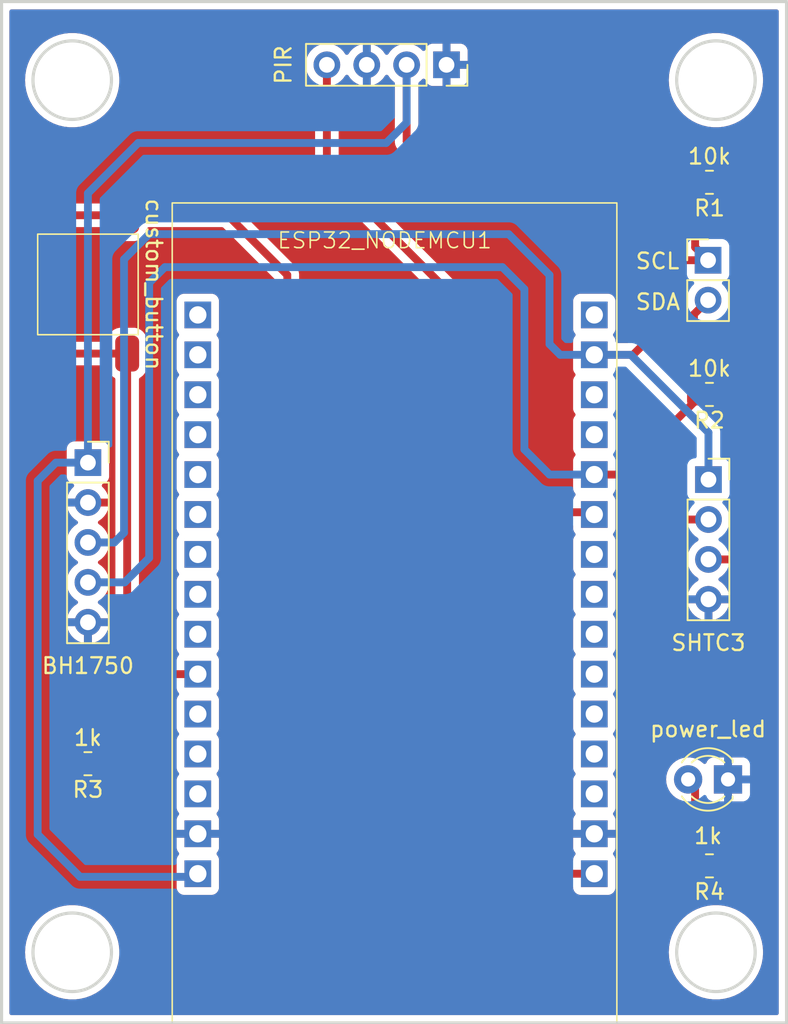
<source format=kicad_pcb>
(kicad_pcb (version 20240108) (generator "pcbnew") (generator_version "8.0")
  (title_block (title "IoT_Station"))
  (layers (0 "F.Cu" signal) (31 "B.Cu" signal) (34 "B.Paste" user) (35 "F.Paste" user) (36 "B.SilkS" user "B.Silkscreen") (37 "F.SilkS" user "F.Silkscreen") (38 "B.Mask" user) (39 "F.Mask" user) (44 "Edge.Cuts" user))
  (net 0 "")
  (net 23 "GND")
  (net 24 "Net-(D1-A)")
  (net 25 "SDA")
  (net 26 "3V3")
  (net 27 "5V")
  (net 28 "SCL")
  (net 29 "Net-(ESP32_NODEMCU1-D27)")
  (net 30 "SIG_PIR")
  (footprint "Connector_PinSocket_2.54mm:PinSocket_1x04_P2.54mm_Vertical" (layer "F.Cu") (at 73.34 89.025 -90)
    (property "Reference" "J2")
    (property "Value" "PIR" (at 0 10.39 90) (layer "F.SilkS"))
    (fp_line (start -1.33 8.95) (end 1.33 8.95) (stroke (width 0.12)) (layer "F.SilkS"))
    (fp_line (start -1.33 1.27) (end -1.33 8.95) (stroke (width 0.12)) (layer "F.SilkS"))
    (fp_line (start -1.33 1.27) (end 1.33 1.27) (stroke (width 0.12)) (layer "F.SilkS"))
    (fp_line (start 1.33 1.27) (end 1.33 8.95) (stroke (width 0.12)) (layer "F.SilkS"))
    (fp_line (start 0 -1.33) (end 1.33 -1.33) (stroke (width 0.12)) (layer "F.SilkS"))
    (fp_line (start 1.33 -1.33) (end 1.33 0) (stroke (width 0.12)) (layer "F.SilkS"))
    (pad "1" thru_hole rect (at 0 0 270) (size 1.7 1.7) (drill 1) (layers "*.Cu" "*.Mask" "In1.Cu" "In2.Cu" "In3.Cu" "In4.Cu" "In5.Cu" "In6.Cu" "In7.Cu" "In8.Cu" "In9.Cu" "In10.Cu" "In11.Cu" "In12.Cu" "In13.Cu" "In14.Cu" "In15.Cu" "In16.Cu" "In17.Cu" "In18.Cu" "In19.Cu" "In20.Cu" "In21.Cu" "In22.Cu" "In23.Cu" "In24.Cu" "In25.Cu" "In26.Cu" "In27.Cu" "In28.Cu" "In29.Cu" "In30.Cu") (net 23 "GND"))
    (pad "2" thru_hole oval (at 0 2.54 270) (size 1.7 1.7) (drill 1) (layers "*.Cu" "*.Mask" "In1.Cu" "In2.Cu" "In3.Cu" "In4.Cu" "In5.Cu" "In6.Cu" "In7.Cu" "In8.Cu" "In9.Cu" "In10.Cu" "In11.Cu" "In12.Cu" "In13.Cu" "In14.Cu" "In15.Cu" "In16.Cu" "In17.Cu" "In18.Cu" "In19.Cu" "In20.Cu" "In21.Cu" "In22.Cu" "In23.Cu" "In24.Cu" "In25.Cu" "In26.Cu" "In27.Cu" "In28.Cu" "In29.Cu" "In30.Cu") (net 27 "5V"))
    (pad "3" thru_hole oval (at 0 5.08 270) (size 1.7 1.7) (drill 1) (layers "*.Cu" "*.Mask" "In1.Cu" "In2.Cu" "In3.Cu" "In4.Cu" "In5.Cu" "In6.Cu" "In7.Cu" "In8.Cu" "In9.Cu" "In10.Cu" "In11.Cu" "In12.Cu" "In13.Cu" "In14.Cu" "In15.Cu" "In16.Cu" "In17.Cu" "In18.Cu" "In19.Cu" "In20.Cu" "In21.Cu" "In22.Cu" "In23.Cu" "In24.Cu" "In25.Cu" "In26.Cu" "In27.Cu" "In28.Cu" "In29.Cu" "In30.Cu") (net 23 "GND"))
    (pad "4" thru_hole oval (at 0 7.62 270) (size 1.7 1.7) (drill 1) (layers "*.Cu" "*.Mask" "In1.Cu" "In2.Cu" "In3.Cu" "In4.Cu" "In5.Cu" "In6.Cu" "In7.Cu" "In8.Cu" "In9.Cu" "In10.Cu" "In11.Cu" "In12.Cu" "In13.Cu" "In14.Cu" "In15.Cu" "In16.Cu" "In17.Cu" "In18.Cu" "In19.Cu" "In20.Cu" "In21.Cu" "In22.Cu" "In23.Cu" "In24.Cu" "In25.Cu" "In26.Cu" "In27.Cu" "In28.Cu" "In29.Cu" "In30.Cu") (net 30 "SIG_PIR"))
  )
  (footprint "_myLibrary:button_push_sms" (layer "F.Cu") (at 50.5 103 -90)
    (property "Reference" "SW1" (hide yes))
    (property "Value" "custom_button" (at 0 -4.2 270) (layer "F.SilkS"))
    (fp_rect (start -3.2 -3.2) (end 3.2 3.2) (stroke (width 0.1)) (fill none) (layer "F.SilkS"))
    (pad "1" smd roundrect (at -4.4 2.5 270) (size 2.286 1.524) (layers "F.Cu" "F.Paste" "F.Mask") (net 26 "3V3"))
    (pad "2" smd roundrect (at 4.4 2.5 270) (size 2.286 1.524) (layers "F.Cu" "F.Paste" "F.Mask") (net 29 "Net-(ESP32_NODEMCU1-D27)"))
    (pad "3" smd roundrect (at -4.4 -2.5 270) (size 2.286 1.524) (layers "F.Cu" "F.Paste" "F.Mask") (net 26 "3V3"))
    (pad "4" smd roundrect (at 4.4 -2.5 270) (size 2.286 1.524) (layers "F.Cu" "F.Paste" "F.Mask") (net 29 "Net-(ESP32_NODEMCU1-D27)"))
  )
  (footprint "Resistor_SMD:R_0805_2012Metric" (layer "F.Cu") (at 90.0875 96.5 180)
    (property "Reference" "R1" (at 0 -1.65 0) (layer "F.SilkS"))
    (property "Value" "10k" (at 0 1.65 0) (layer "F.SilkS"))
    (fp_line (start -0.227064 0.735) (end 0.227064 0.735) (stroke (width 0.12)) (layer "F.SilkS"))
    (fp_line (start -0.227064 -0.735) (end 0.227064 -0.735) (stroke (width 0.12)) (layer "F.SilkS"))
    (pad "1" smd roundrect (at -0.9125 0 180) (size 1.025 1.4) (layers "F.Cu" "F.Paste" "F.Mask") (roundrect_rratio 0.243902) (net 27 "5V"))
    (pad "2" smd roundrect (at 0.9125 0 180) (size 1.025 1.4) (layers "F.Cu" "F.Paste" "F.Mask") (roundrect_rratio 0.243902) (net 28 "SCL"))
  )
  (footprint "Resistor_SMD:R_0805_2012Metric" (layer "F.Cu") (at 90.0875 140 180)
    (property "Reference" "R4" (at 0 -1.65 360) (layer "F.SilkS"))
    (property "Value" "1k" (at 0.0875 1.9 0) (layer "F.SilkS"))
    (fp_line (start -0.227064 0.735) (end 0.227064 0.735) (stroke (width 0.12)) (layer "F.SilkS"))
    (fp_line (start -0.227064 -0.735) (end 0.227064 -0.735) (stroke (width 0.12)) (layer "F.SilkS"))
    (pad "1" smd roundrect (at -0.9125 0 180) (size 1.025 1.4) (layers "F.Cu" "F.Paste" "F.Mask") (roundrect_rratio 0.243902) (net 27 "5V"))
    (pad "2" smd roundrect (at 0.9125 0 180) (size 1.025 1.4) (layers "F.Cu" "F.Paste" "F.Mask") (roundrect_rratio 0.243902) (net 24 "Net-(D1-A)"))
  )
  (footprint "LED_THT:LED_D3.0mm" (layer "F.Cu") (at 91.27 134.5 180)
    (property "Reference" "D1" (hide yes))
    (property "Value" "power_led" (at 1.27 3.2 0) (layer "F.SilkS"))
    (fp_line (start -0.29 1.08) (end -0.29 1.236) (stroke (width 0.12)) (layer "F.SilkS"))
    (fp_line (start -0.29 -1.236) (end -0.29 -1.08) (stroke (width 0.12)) (layer "F.SilkS"))
    (fp_arc (start 2.941397 1.080061) (mid 1.365624 1.987701) (end -0.29 1.235516) (stroke (width 0.12)) (layer "F.SilkS"))
    (fp_arc (start 2.31091 1.080049) (mid 1.269964 1.5) (end 0.229039 1.08) (stroke (width 0.12)) (layer "F.SilkS"))
    (fp_arc (start 0.229039 -1.08) (mid 1.269964 -1.5) (end 2.31091 -1.080049) (stroke (width 0.12)) (layer "F.SilkS"))
    (fp_arc (start -0.29 -1.235516) (mid 1.365624 -1.987701) (end 2.941397 -1.080061) (stroke (width 0.12)) (layer "F.SilkS"))
    (pad "1" thru_hole rect (at 0 0 180) (size 1.8 1.8) (drill 0.9) (layers "*.Cu" "*.Mask" "In1.Cu" "In2.Cu" "In3.Cu" "In4.Cu" "In5.Cu" "In6.Cu" "In7.Cu" "In8.Cu" "In9.Cu" "In10.Cu" "In11.Cu" "In12.Cu" "In13.Cu" "In14.Cu" "In15.Cu" "In16.Cu" "In17.Cu" "In18.Cu" "In19.Cu" "In20.Cu" "In21.Cu" "In22.Cu" "In23.Cu" "In24.Cu" "In25.Cu" "In26.Cu" "In27.Cu" "In28.Cu" "In29.Cu" "In30.Cu") (net 23 "GND"))
    (pad "2" thru_hole circle (at 2.54 0 180) (size 1.8 1.8) (drill 0.9) (layers "*.Cu" "*.Mask" "In1.Cu" "In2.Cu" "In3.Cu" "In4.Cu" "In5.Cu" "In6.Cu" "In7.Cu" "In8.Cu" "In9.Cu" "In10.Cu" "In11.Cu" "In12.Cu" "In13.Cu" "In14.Cu" "In15.Cu" "In16.Cu" "In17.Cu" "In18.Cu" "In19.Cu" "In20.Cu" "In21.Cu" "In22.Cu" "In23.Cu" "In24.Cu" "In25.Cu" "In26.Cu" "In27.Cu" "In28.Cu" "In29.Cu" "In30.Cu") (net 24 "Net-(D1-A)"))
  )
  (footprint "_myLibrary:ESP32_NODEMCU" (layer "F.Cu") (at 55.849 97.955)
    (property "Reference" "ESP32_NODEMCU1" (at 13.55 2.25 0) (layer "F.SilkS") (effects (font (thickness 0.1))))
    (property "Value" "ESP32_NODEMCU")
    (fp_rect (start 0.02 -0.14) (end 28.341 52) (stroke (width 0.1)) (fill none) (layer "F.SilkS"))
    (pad "1" thru_hole rect (at 1.651 6.985) (size 1.7 1.7) (drill 1.1) (layers "*.Cu" "*.Mask" "In1.Cu" "In2.Cu" "In3.Cu" "In4.Cu" "In5.Cu" "In6.Cu" "In7.Cu" "In8.Cu" "In9.Cu" "In10.Cu" "In11.Cu" "In12.Cu" "In13.Cu" "In14.Cu" "In15.Cu" "In16.Cu" "In17.Cu" "In18.Cu" "In19.Cu" "In20.Cu" "In21.Cu" "In22.Cu" "In23.Cu" "In24.Cu" "In25.Cu" "In26.Cu" "In27.Cu" "In28.Cu" "In29.Cu" "In30.Cu"))
    (pad "2" thru_hole rect (at 1.651 9.525) (size 1.7 1.7) (drill 1.1) (layers "*.Cu" "*.Mask" "In1.Cu" "In2.Cu" "In3.Cu" "In4.Cu" "In5.Cu" "In6.Cu" "In7.Cu" "In8.Cu" "In9.Cu" "In10.Cu" "In11.Cu" "In12.Cu" "In13.Cu" "In14.Cu" "In15.Cu" "In16.Cu" "In17.Cu" "In18.Cu" "In19.Cu" "In20.Cu" "In21.Cu" "In22.Cu" "In23.Cu" "In24.Cu" "In25.Cu" "In26.Cu" "In27.Cu" "In28.Cu" "In29.Cu" "In30.Cu"))
    (pad "3" thru_hole rect (at 1.651 12.065) (size 1.7 1.7) (drill 1.1) (layers "*.Cu" "*.Mask" "In1.Cu" "In2.Cu" "In3.Cu" "In4.Cu" "In5.Cu" "In6.Cu" "In7.Cu" "In8.Cu" "In9.Cu" "In10.Cu" "In11.Cu" "In12.Cu" "In13.Cu" "In14.Cu" "In15.Cu" "In16.Cu" "In17.Cu" "In18.Cu" "In19.Cu" "In20.Cu" "In21.Cu" "In22.Cu" "In23.Cu" "In24.Cu" "In25.Cu" "In26.Cu" "In27.Cu" "In28.Cu" "In29.Cu" "In30.Cu"))
    (pad "4" thru_hole rect (at 1.651 14.605) (size 1.7 1.7) (drill 1.1) (layers "*.Cu" "*.Mask" "In1.Cu" "In2.Cu" "In3.Cu" "In4.Cu" "In5.Cu" "In6.Cu" "In7.Cu" "In8.Cu" "In9.Cu" "In10.Cu" "In11.Cu" "In12.Cu" "In13.Cu" "In14.Cu" "In15.Cu" "In16.Cu" "In17.Cu" "In18.Cu" "In19.Cu" "In20.Cu" "In21.Cu" "In22.Cu" "In23.Cu" "In24.Cu" "In25.Cu" "In26.Cu" "In27.Cu" "In28.Cu" "In29.Cu" "In30.Cu"))
    (pad "5" thru_hole rect (at 1.651 17.145) (size 1.7 1.7) (drill 1.1) (layers "*.Cu" "*.Mask" "In1.Cu" "In2.Cu" "In3.Cu" "In4.Cu" "In5.Cu" "In6.Cu" "In7.Cu" "In8.Cu" "In9.Cu" "In10.Cu" "In11.Cu" "In12.Cu" "In13.Cu" "In14.Cu" "In15.Cu" "In16.Cu" "In17.Cu" "In18.Cu" "In19.Cu" "In20.Cu" "In21.Cu" "In22.Cu" "In23.Cu" "In24.Cu" "In25.Cu" "In26.Cu" "In27.Cu" "In28.Cu" "In29.Cu" "In30.Cu"))
    (pad "6" thru_hole rect (at 1.651 19.685) (size 1.7 1.7) (drill 1.1) (layers "*.Cu" "*.Mask" "In1.Cu" "In2.Cu" "In3.Cu" "In4.Cu" "In5.Cu" "In6.Cu" "In7.Cu" "In8.Cu" "In9.Cu" "In10.Cu" "In11.Cu" "In12.Cu" "In13.Cu" "In14.Cu" "In15.Cu" "In16.Cu" "In17.Cu" "In18.Cu" "In19.Cu" "In20.Cu" "In21.Cu" "In22.Cu" "In23.Cu" "In24.Cu" "In25.Cu" "In26.Cu" "In27.Cu" "In28.Cu" "In29.Cu" "In30.Cu"))
    (pad "7" thru_hole rect (at 1.651 22.225) (size 1.7 1.7) (drill 1.1) (layers "*.Cu" "*.Mask" "In1.Cu" "In2.Cu" "In3.Cu" "In4.Cu" "In5.Cu" "In6.Cu" "In7.Cu" "In8.Cu" "In9.Cu" "In10.Cu" "In11.Cu" "In12.Cu" "In13.Cu" "In14.Cu" "In15.Cu" "In16.Cu" "In17.Cu" "In18.Cu" "In19.Cu" "In20.Cu" "In21.Cu" "In22.Cu" "In23.Cu" "In24.Cu" "In25.Cu" "In26.Cu" "In27.Cu" "In28.Cu" "In29.Cu" "In30.Cu"))
    (pad "8" thru_hole rect (at 1.651 24.765) (size 1.7 1.7) (drill 1.1) (layers "*.Cu" "*.Mask" "In1.Cu" "In2.Cu" "In3.Cu" "In4.Cu" "In5.Cu" "In6.Cu" "In7.Cu" "In8.Cu" "In9.Cu" "In10.Cu" "In11.Cu" "In12.Cu" "In13.Cu" "In14.Cu" "In15.Cu" "In16.Cu" "In17.Cu" "In18.Cu" "In19.Cu" "In20.Cu" "In21.Cu" "In22.Cu" "In23.Cu" "In24.Cu" "In25.Cu" "In26.Cu" "In27.Cu" "In28.Cu" "In29.Cu" "In30.Cu"))
    (pad "9" thru_hole rect (at 1.651 27.305) (size 1.7 1.7) (drill 1.1) (layers "*.Cu" "*.Mask" "In1.Cu" "In2.Cu" "In3.Cu" "In4.Cu" "In5.Cu" "In6.Cu" "In7.Cu" "In8.Cu" "In9.Cu" "In10.Cu" "In11.Cu" "In12.Cu" "In13.Cu" "In14.Cu" "In15.Cu" "In16.Cu" "In17.Cu" "In18.Cu" "In19.Cu" "In20.Cu" "In21.Cu" "In22.Cu" "In23.Cu" "In24.Cu" "In25.Cu" "In26.Cu" "In27.Cu" "In28.Cu" "In29.Cu" "In30.Cu"))
    (pad "10" thru_hole rect (at 1.651 29.845) (size 1.7 1.7) (drill 1.1) (layers "*.Cu" "*.Mask" "In1.Cu" "In2.Cu" "In3.Cu" "In4.Cu" "In5.Cu" "In6.Cu" "In7.Cu" "In8.Cu" "In9.Cu" "In10.Cu" "In11.Cu" "In12.Cu" "In13.Cu" "In14.Cu" "In15.Cu" "In16.Cu" "In17.Cu" "In18.Cu" "In19.Cu" "In20.Cu" "In21.Cu" "In22.Cu" "In23.Cu" "In24.Cu" "In25.Cu" "In26.Cu" "In27.Cu" "In28.Cu" "In29.Cu" "In30.Cu") (net 29 "Net-(ESP32_NODEMCU1-D27)"))
    (pad "11" thru_hole rect (at 1.651 32.385) (size 1.7 1.7) (drill 1.1) (layers "*.Cu" "*.Mask" "In1.Cu" "In2.Cu" "In3.Cu" "In4.Cu" "In5.Cu" "In6.Cu" "In7.Cu" "In8.Cu" "In9.Cu" "In10.Cu" "In11.Cu" "In12.Cu" "In13.Cu" "In14.Cu" "In15.Cu" "In16.Cu" "In17.Cu" "In18.Cu" "In19.Cu" "In20.Cu" "In21.Cu" "In22.Cu" "In23.Cu" "In24.Cu" "In25.Cu" "In26.Cu" "In27.Cu" "In28.Cu" "In29.Cu" "In30.Cu"))
    (pad "12" thru_hole rect (at 1.651 34.925) (size 1.7 1.7) (drill 1.1) (layers "*.Cu" "*.Mask" "In1.Cu" "In2.Cu" "In3.Cu" "In4.Cu" "In5.Cu" "In6.Cu" "In7.Cu" "In8.Cu" "In9.Cu" "In10.Cu" "In11.Cu" "In12.Cu" "In13.Cu" "In14.Cu" "In15.Cu" "In16.Cu" "In17.Cu" "In18.Cu" "In19.Cu" "In20.Cu" "In21.Cu" "In22.Cu" "In23.Cu" "In24.Cu" "In25.Cu" "In26.Cu" "In27.Cu" "In28.Cu" "In29.Cu" "In30.Cu"))
    (pad "13" thru_hole rect (at 1.651 37.465) (size 1.7 1.7) (drill 1.1) (layers "*.Cu" "*.Mask" "In1.Cu" "In2.Cu" "In3.Cu" "In4.Cu" "In5.Cu" "In6.Cu" "In7.Cu" "In8.Cu" "In9.Cu" "In10.Cu" "In11.Cu" "In12.Cu" "In13.Cu" "In14.Cu" "In15.Cu" "In16.Cu" "In17.Cu" "In18.Cu" "In19.Cu" "In20.Cu" "In21.Cu" "In22.Cu" "In23.Cu" "In24.Cu" "In25.Cu" "In26.Cu" "In27.Cu" "In28.Cu" "In29.Cu" "In30.Cu"))
    (pad "14" thru_hole rect (at 1.651 40.005) (size 1.7 1.7) (drill 1.1) (layers "*.Cu" "*.Mask" "In1.Cu" "In2.Cu" "In3.Cu" "In4.Cu" "In5.Cu" "In6.Cu" "In7.Cu" "In8.Cu" "In9.Cu" "In10.Cu" "In11.Cu" "In12.Cu" "In13.Cu" "In14.Cu" "In15.Cu" "In16.Cu" "In17.Cu" "In18.Cu" "In19.Cu" "In20.Cu" "In21.Cu" "In22.Cu" "In23.Cu" "In24.Cu" "In25.Cu" "In26.Cu" "In27.Cu" "In28.Cu" "In29.Cu" "In30.Cu") (net 23 "GND"))
    (pad "15" thru_hole rect (at 1.651 42.545) (size 1.7 1.7) (drill 1.1) (layers "*.Cu" "*.Mask" "In1.Cu" "In2.Cu" "In3.Cu" "In4.Cu" "In5.Cu" "In6.Cu" "In7.Cu" "In8.Cu" "In9.Cu" "In10.Cu" "In11.Cu" "In12.Cu" "In13.Cu" "In14.Cu" "In15.Cu" "In16.Cu" "In17.Cu" "In18.Cu" "In19.Cu" "In20.Cu" "In21.Cu" "In22.Cu" "In23.Cu" "In24.Cu" "In25.Cu" "In26.Cu" "In27.Cu" "In28.Cu" "In29.Cu" "In30.Cu") (net 27 "5V"))
    (pad "16" thru_hole rect (at 26.903598 42.545) (size 1.7 1.7) (drill 1.1) (layers "*.Cu" "*.Mask" "In1.Cu" "In2.Cu" "In3.Cu" "In4.Cu" "In5.Cu" "In6.Cu" "In7.Cu" "In8.Cu" "In9.Cu" "In10.Cu" "In11.Cu" "In12.Cu" "In13.Cu" "In14.Cu" "In15.Cu" "In16.Cu" "In17.Cu" "In18.Cu" "In19.Cu" "In20.Cu" "In21.Cu" "In22.Cu" "In23.Cu" "In24.Cu" "In25.Cu" "In26.Cu" "In27.Cu" "In28.Cu" "In29.Cu" "In30.Cu") (net 26 "3V3"))
    (pad "17" thru_hole rect (at 26.903598 40.005) (size 1.7 1.7) (drill 1.1) (layers "*.Cu" "*.Mask" "In1.Cu" "In2.Cu" "In3.Cu" "In4.Cu" "In5.Cu" "In6.Cu" "In7.Cu" "In8.Cu" "In9.Cu" "In10.Cu" "In11.Cu" "In12.Cu" "In13.Cu" "In14.Cu" "In15.Cu" "In16.Cu" "In17.Cu" "In18.Cu" "In19.Cu" "In20.Cu" "In21.Cu" "In22.Cu" "In23.Cu" "In24.Cu" "In25.Cu" "In26.Cu" "In27.Cu" "In28.Cu" "In29.Cu" "In30.Cu") (net 23 "GND"))
    (pad "18" thru_hole rect (at 26.903598 37.465) (size 1.7 1.7) (drill 1.1) (layers "*.Cu" "*.Mask" "In1.Cu" "In2.Cu" "In3.Cu" "In4.Cu" "In5.Cu" "In6.Cu" "In7.Cu" "In8.Cu" "In9.Cu" "In10.Cu" "In11.Cu" "In12.Cu" "In13.Cu" "In14.Cu" "In15.Cu" "In16.Cu" "In17.Cu" "In18.Cu" "In19.Cu" "In20.Cu" "In21.Cu" "In22.Cu" "In23.Cu" "In24.Cu" "In25.Cu" "In26.Cu" "In27.Cu" "In28.Cu" "In29.Cu" "In30.Cu"))
    (pad "19" thru_hole rect (at 26.903598 34.925) (size 1.7 1.7) (drill 1.1) (layers "*.Cu" "*.Mask" "In1.Cu" "In2.Cu" "In3.Cu" "In4.Cu" "In5.Cu" "In6.Cu" "In7.Cu" "In8.Cu" "In9.Cu" "In10.Cu" "In11.Cu" "In12.Cu" "In13.Cu" "In14.Cu" "In15.Cu" "In16.Cu" "In17.Cu" "In18.Cu" "In19.Cu" "In20.Cu" "In21.Cu" "In22.Cu" "In23.Cu" "In24.Cu" "In25.Cu" "In26.Cu" "In27.Cu" "In28.Cu" "In29.Cu" "In30.Cu"))
    (pad "20" thru_hole rect (at 26.903598 32.385) (size 1.7 1.7) (drill 1.1) (layers "*.Cu" "*.Mask" "In1.Cu" "In2.Cu" "In3.Cu" "In4.Cu" "In5.Cu" "In6.Cu" "In7.Cu" "In8.Cu" "In9.Cu" "In10.Cu" "In11.Cu" "In12.Cu" "In13.Cu" "In14.Cu" "In15.Cu" "In16.Cu" "In17.Cu" "In18.Cu" "In19.Cu" "In20.Cu" "In21.Cu" "In22.Cu" "In23.Cu" "In24.Cu" "In25.Cu" "In26.Cu" "In27.Cu" "In28.Cu" "In29.Cu" "In30.Cu"))
    (pad "21" thru_hole rect (at 26.903598 29.845) (size 1.7 1.7) (drill 1.1) (layers "*.Cu" "*.Mask" "In1.Cu" "In2.Cu" "In3.Cu" "In4.Cu" "In5.Cu" "In6.Cu" "In7.Cu" "In8.Cu" "In9.Cu" "In10.Cu" "In11.Cu" "In12.Cu" "In13.Cu" "In14.Cu" "In15.Cu" "In16.Cu" "In17.Cu" "In18.Cu" "In19.Cu" "In20.Cu" "In21.Cu" "In22.Cu" "In23.Cu" "In24.Cu" "In25.Cu" "In26.Cu" "In27.Cu" "In28.Cu" "In29.Cu" "In30.Cu"))
    (pad "22" thru_hole rect (at 26.903598 27.305) (size 1.7 1.7) (drill 1.1) (layers "*.Cu" "*.Mask" "In1.Cu" "In2.Cu" "In3.Cu" "In4.Cu" "In5.Cu" "In6.Cu" "In7.Cu" "In8.Cu" "In9.Cu" "In10.Cu" "In11.Cu" "In12.Cu" "In13.Cu" "In14.Cu" "In15.Cu" "In16.Cu" "In17.Cu" "In18.Cu" "In19.Cu" "In20.Cu" "In21.Cu" "In22.Cu" "In23.Cu" "In24.Cu" "In25.Cu" "In26.Cu" "In27.Cu" "In28.Cu" "In29.Cu" "In30.Cu"))
    (pad "23" thru_hole rect (at 26.903598 24.765) (size 1.7 1.7) (drill 1.1) (layers "*.Cu" "*.Mask" "In1.Cu" "In2.Cu" "In3.Cu" "In4.Cu" "In5.Cu" "In6.Cu" "In7.Cu" "In8.Cu" "In9.Cu" "In10.Cu" "In11.Cu" "In12.Cu" "In13.Cu" "In14.Cu" "In15.Cu" "In16.Cu" "In17.Cu" "In18.Cu" "In19.Cu" "In20.Cu" "In21.Cu" "In22.Cu" "In23.Cu" "In24.Cu" "In25.Cu" "In26.Cu" "In27.Cu" "In28.Cu" "In29.Cu" "In30.Cu"))
    (pad "24" thru_hole rect (at 26.903598 22.225) (size 1.7 1.7) (drill 1.1) (layers "*.Cu" "*.Mask" "In1.Cu" "In2.Cu" "In3.Cu" "In4.Cu" "In5.Cu" "In6.Cu" "In7.Cu" "In8.Cu" "In9.Cu" "In10.Cu" "In11.Cu" "In12.Cu" "In13.Cu" "In14.Cu" "In15.Cu" "In16.Cu" "In17.Cu" "In18.Cu" "In19.Cu" "In20.Cu" "In21.Cu" "In22.Cu" "In23.Cu" "In24.Cu" "In25.Cu" "In26.Cu" "In27.Cu" "In28.Cu" "In29.Cu" "In30.Cu"))
    (pad "25" thru_hole rect (at 26.903598 19.685) (size 1.7 1.7) (drill 1.1) (layers "*.Cu" "*.Mask" "In1.Cu" "In2.Cu" "In3.Cu" "In4.Cu" "In5.Cu" "In6.Cu" "In7.Cu" "In8.Cu" "In9.Cu" "In10.Cu" "In11.Cu" "In12.Cu" "In13.Cu" "In14.Cu" "In15.Cu" "In16.Cu" "In17.Cu" "In18.Cu" "In19.Cu" "In20.Cu" "In21.Cu" "In22.Cu" "In23.Cu" "In24.Cu" "In25.Cu" "In26.Cu" "In27.Cu" "In28.Cu" "In29.Cu" "In30.Cu") (net 30 "SIG_PIR"))
    (pad "26" thru_hole rect (at 26.903598 17.145) (size 1.7 1.7) (drill 1.1) (layers "*.Cu" "*.Mask" "In1.Cu" "In2.Cu" "In3.Cu" "In4.Cu" "In5.Cu" "In6.Cu" "In7.Cu" "In8.Cu" "In9.Cu" "In10.Cu" "In11.Cu" "In12.Cu" "In13.Cu" "In14.Cu" "In15.Cu" "In16.Cu" "In17.Cu" "In18.Cu" "In19.Cu" "In20.Cu" "In21.Cu" "In22.Cu" "In23.Cu" "In24.Cu" "In25.Cu" "In26.Cu" "In27.Cu" "In28.Cu" "In29.Cu" "In30.Cu") (net 25 "SDA"))
    (pad "27" thru_hole rect (at 26.903598 14.605) (size 1.7 1.7) (drill 1.1) (layers "*.Cu" "*.Mask" "In1.Cu" "In2.Cu" "In3.Cu" "In4.Cu" "In5.Cu" "In6.Cu" "In7.Cu" "In8.Cu" "In9.Cu" "In10.Cu" "In11.Cu" "In12.Cu" "In13.Cu" "In14.Cu" "In15.Cu" "In16.Cu" "In17.Cu" "In18.Cu" "In19.Cu" "In20.Cu" "In21.Cu" "In22.Cu" "In23.Cu" "In24.Cu" "In25.Cu" "In26.Cu" "In27.Cu" "In28.Cu" "In29.Cu" "In30.Cu"))
    (pad "28" thru_hole rect (at 26.903598 12.065) (size 1.7 1.7) (drill 1.1) (layers "*.Cu" "*.Mask" "In1.Cu" "In2.Cu" "In3.Cu" "In4.Cu" "In5.Cu" "In6.Cu" "In7.Cu" "In8.Cu" "In9.Cu" "In10.Cu" "In11.Cu" "In12.Cu" "In13.Cu" "In14.Cu" "In15.Cu" "In16.Cu" "In17.Cu" "In18.Cu" "In19.Cu" "In20.Cu" "In21.Cu" "In22.Cu" "In23.Cu" "In24.Cu" "In25.Cu" "In26.Cu" "In27.Cu" "In28.Cu" "In29.Cu" "In30.Cu"))
    (pad "29" thru_hole rect (at 26.903598 9.525) (size 1.7 1.7) (drill 1.1) (layers "*.Cu" "*.Mask" "In1.Cu" "In2.Cu" "In3.Cu" "In4.Cu" "In5.Cu" "In6.Cu" "In7.Cu" "In8.Cu" "In9.Cu" "In10.Cu" "In11.Cu" "In12.Cu" "In13.Cu" "In14.Cu" "In15.Cu" "In16.Cu" "In17.Cu" "In18.Cu" "In19.Cu" "In20.Cu" "In21.Cu" "In22.Cu" "In23.Cu" "In24.Cu" "In25.Cu" "In26.Cu" "In27.Cu" "In28.Cu" "In29.Cu" "In30.Cu") (net 28 "SCL"))
    (pad "30" thru_hole rect (at 26.903598 6.985) (size 1.7 1.7) (drill 1.1) (layers "*.Cu" "*.Mask" "In1.Cu" "In2.Cu" "In3.Cu" "In4.Cu" "In5.Cu" "In6.Cu" "In7.Cu" "In8.Cu" "In9.Cu" "In10.Cu" "In11.Cu" "In12.Cu" "In13.Cu" "In14.Cu" "In15.Cu" "In16.Cu" "In17.Cu" "In18.Cu" "In19.Cu" "In20.Cu" "In21.Cu" "In22.Cu" "In23.Cu" "In24.Cu" "In25.Cu" "In26.Cu" "In27.Cu" "In28.Cu" "In29.Cu" "In30.Cu"))
  )
  (footprint "Resistor_SMD:R_0805_2012Metric" (layer "F.Cu") (at 90.0875 110 180)
    (property "Reference" "R2" (at 0 -1.65 360) (layer "F.SilkS"))
    (property "Value" "10k" (at 0 1.65 0) (layer "F.SilkS"))
    (fp_line (start -0.227064 0.735) (end 0.227064 0.735) (stroke (width 0.12)) (layer "F.SilkS"))
    (fp_line (start -0.227064 -0.735) (end 0.227064 -0.735) (stroke (width 0.12)) (layer "F.SilkS"))
    (pad "1" smd roundrect (at -0.9125 0 180) (size 1.025 1.4) (layers "F.Cu" "F.Paste" "F.Mask") (roundrect_rratio 0.243902) (net 27 "5V"))
    (pad "2" smd roundrect (at 0.9125 0 180) (size 1.025 1.4) (layers "F.Cu" "F.Paste" "F.Mask") (roundrect_rratio 0.243902) (net 25 "SDA"))
  )
  (footprint "Connector_PinHeader_2.54mm:PinHeader_1x02_P2.54mm_Vertical" (layer "F.Cu") (at 90 101.46)
    (property "Reference" "J4" (hide yes))
    (property "Value" "I2C")
    (fp_line (start -1.33 -1.33) (end 0 -1.33) (stroke (width 0.12)) (layer "F.SilkS"))
    (fp_line (start -1.33 0) (end -1.33 -1.33) (stroke (width 0.12)) (layer "F.SilkS"))
    (fp_line (start -1.33 1.27) (end -1.33 3.87) (stroke (width 0.12)) (layer "F.SilkS"))
    (fp_line (start -1.33 1.27) (end 1.33 1.27) (stroke (width 0.12)) (layer "F.SilkS"))
    (fp_line (start -1.33 3.87) (end 1.33 3.87) (stroke (width 0.12)) (layer "F.SilkS"))
    (fp_line (start 1.33 1.27) (end 1.33 3.87) (stroke (width 0.12)) (layer "F.SilkS"))
    (pad "1" thru_hole rect (at 0 0) (size 1.7 1.7) (drill 1) (layers "*.Cu" "*.Mask" "In1.Cu" "In2.Cu" "In3.Cu" "In4.Cu" "In5.Cu" "In6.Cu" "In7.Cu" "In8.Cu" "In9.Cu" "In10.Cu" "In11.Cu" "In12.Cu" "In13.Cu" "In14.Cu" "In15.Cu" "In16.Cu" "In17.Cu" "In18.Cu" "In19.Cu" "In20.Cu" "In21.Cu" "In22.Cu" "In23.Cu" "In24.Cu" "In25.Cu" "In26.Cu" "In27.Cu" "In28.Cu" "In29.Cu" "In30.Cu") (net 28 "SCL"))
    (pad "2" thru_hole oval (at 0 2.54) (size 1.7 1.7) (drill 1) (layers "*.Cu" "*.Mask" "In1.Cu" "In2.Cu" "In3.Cu" "In4.Cu" "In5.Cu" "In6.Cu" "In7.Cu" "In8.Cu" "In9.Cu" "In10.Cu" "In11.Cu" "In12.Cu" "In13.Cu" "In14.Cu" "In15.Cu" "In16.Cu" "In17.Cu" "In18.Cu" "In19.Cu" "In20.Cu" "In21.Cu" "In22.Cu" "In23.Cu" "In24.Cu" "In25.Cu" "In26.Cu" "In27.Cu" "In28.Cu" "In29.Cu" "In30.Cu") (net 25 "SDA"))
  )
  (footprint "Resistor_SMD:R_0805_2012Metric" (layer "F.Cu") (at 50.5 133.5 180)
    (property "Reference" "R3" (at 0 -1.65 0) (layer "F.SilkS"))
    (property "Value" "1k" (at 0 1.65 0) (layer "F.SilkS"))
    (fp_line (start -0.227064 0.735) (end 0.227064 0.735) (stroke (width 0.12)) (layer "F.SilkS"))
    (fp_line (start -0.227064 -0.735) (end 0.227064 -0.735) (stroke (width 0.12)) (layer "F.SilkS"))
    (pad "1" smd roundrect (at -0.9125 0 180) (size 1.025 1.4) (layers "F.Cu" "F.Paste" "F.Mask") (roundrect_rratio 0.243902) (net 29 "Net-(ESP32_NODEMCU1-D27)"))
    (pad "2" smd roundrect (at 0.9125 0 180) (size 1.025 1.4) (layers "F.Cu" "F.Paste" "F.Mask") (roundrect_rratio 0.243902) (net 23 "GND"))
  )
  (footprint "Connector_PinSocket_2.54mm:PinSocket_1x05_P2.54mm_Vertical" (layer "F.Cu") (at 50.5 114.34)
    (property "Reference" "J3" (hide yes))
    (property "Value" "BH1750" (at 0 12.93 0) (layer "F.SilkS"))
    (fp_line (start -1.33 1.27) (end -1.33 11.49) (stroke (width 0.12)) (layer "F.SilkS"))
    (fp_line (start -1.33 1.27) (end 1.33 1.27) (stroke (width 0.12)) (layer "F.SilkS"))
    (fp_line (start -1.33 11.49) (end 1.33 11.49) (stroke (width 0.12)) (layer "F.SilkS"))
    (fp_line (start 0 -1.33) (end 1.33 -1.33) (stroke (width 0.12)) (layer "F.SilkS"))
    (fp_line (start 1.33 -1.33) (end 1.33 0) (stroke (width 0.12)) (layer "F.SilkS"))
    (fp_line (start 1.33 1.27) (end 1.33 11.49) (stroke (width 0.12)) (layer "F.SilkS"))
    (pad "1" thru_hole rect (at 0 0) (size 1.7 1.7) (drill 1) (layers "*.Cu" "*.Mask" "In1.Cu" "In2.Cu" "In3.Cu" "In4.Cu" "In5.Cu" "In6.Cu" "In7.Cu" "In8.Cu" "In9.Cu" "In10.Cu" "In11.Cu" "In12.Cu" "In13.Cu" "In14.Cu" "In15.Cu" "In16.Cu" "In17.Cu" "In18.Cu" "In19.Cu" "In20.Cu" "In21.Cu" "In22.Cu" "In23.Cu" "In24.Cu" "In25.Cu" "In26.Cu" "In27.Cu" "In28.Cu" "In29.Cu" "In30.Cu") (net 27 "5V"))
    (pad "2" thru_hole oval (at 0 2.54) (size 1.7 1.7) (drill 1) (layers "*.Cu" "*.Mask" "In1.Cu" "In2.Cu" "In3.Cu" "In4.Cu" "In5.Cu" "In6.Cu" "In7.Cu" "In8.Cu" "In9.Cu" "In10.Cu" "In11.Cu" "In12.Cu" "In13.Cu" "In14.Cu" "In15.Cu" "In16.Cu" "In17.Cu" "In18.Cu" "In19.Cu" "In20.Cu" "In21.Cu" "In22.Cu" "In23.Cu" "In24.Cu" "In25.Cu" "In26.Cu" "In27.Cu" "In28.Cu" "In29.Cu" "In30.Cu") (net 23 "GND"))
    (pad "3" thru_hole oval (at 0 5.08) (size 1.7 1.7) (drill 1) (layers "*.Cu" "*.Mask" "In1.Cu" "In2.Cu" "In3.Cu" "In4.Cu" "In5.Cu" "In6.Cu" "In7.Cu" "In8.Cu" "In9.Cu" "In10.Cu" "In11.Cu" "In12.Cu" "In13.Cu" "In14.Cu" "In15.Cu" "In16.Cu" "In17.Cu" "In18.Cu" "In19.Cu" "In20.Cu" "In21.Cu" "In22.Cu" "In23.Cu" "In24.Cu" "In25.Cu" "In26.Cu" "In27.Cu" "In28.Cu" "In29.Cu" "In30.Cu") (net 28 "SCL"))
    (pad "4" thru_hole oval (at 0 7.62) (size 1.7 1.7) (drill 1) (layers "*.Cu" "*.Mask" "In1.Cu" "In2.Cu" "In3.Cu" "In4.Cu" "In5.Cu" "In6.Cu" "In7.Cu" "In8.Cu" "In9.Cu" "In10.Cu" "In11.Cu" "In12.Cu" "In13.Cu" "In14.Cu" "In15.Cu" "In16.Cu" "In17.Cu" "In18.Cu" "In19.Cu" "In20.Cu" "In21.Cu" "In22.Cu" "In23.Cu" "In24.Cu" "In25.Cu" "In26.Cu" "In27.Cu" "In28.Cu" "In29.Cu" "In30.Cu") (net 25 "SDA"))
    (pad "5" thru_hole oval (at 0 10.16) (size 1.7 1.7) (drill 1) (layers "*.Cu" "*.Mask" "In1.Cu" "In2.Cu" "In3.Cu" "In4.Cu" "In5.Cu" "In6.Cu" "In7.Cu" "In8.Cu" "In9.Cu" "In10.Cu" "In11.Cu" "In12.Cu" "In13.Cu" "In14.Cu" "In15.Cu" "In16.Cu" "In17.Cu" "In18.Cu" "In19.Cu" "In20.Cu" "In21.Cu" "In22.Cu" "In23.Cu" "In24.Cu" "In25.Cu" "In26.Cu" "In27.Cu" "In28.Cu" "In29.Cu" "In30.Cu") (net 23 "GND"))
  )
  (footprint "Connector_PinSocket_2.54mm:PinSocket_1x04_P2.54mm_Vertical" (layer "F.Cu") (at 90.025 115.42)
    (property "Reference" "J1" (hide yes))
    (property "Value" "SHTC3" (at 0 10.39 0) (layer "F.SilkS"))
    (fp_line (start -1.33 1.27) (end -1.33 8.95) (stroke (width 0.12)) (layer "F.SilkS"))
    (fp_line (start -1.33 1.27) (end 1.33 1.27) (stroke (width 0.12)) (layer "F.SilkS"))
    (fp_line (start -1.33 8.95) (end 1.33 8.95) (stroke (width 0.12)) (layer "F.SilkS"))
    (fp_line (start 0 -1.33) (end 1.33 -1.33) (stroke (width 0.12)) (layer "F.SilkS"))
    (fp_line (start 1.33 -1.33) (end 1.33 0) (stroke (width 0.12)) (layer "F.SilkS"))
    (fp_line (start 1.33 1.27) (end 1.33 8.95) (stroke (width 0.12)) (layer "F.SilkS"))
    (pad "1" thru_hole rect (at 0 0) (size 1.7 1.7) (drill 1) (layers "*.Cu" "*.Mask" "In1.Cu" "In2.Cu" "In3.Cu" "In4.Cu" "In5.Cu" "In6.Cu" "In7.Cu" "In8.Cu" "In9.Cu" "In10.Cu" "In11.Cu" "In12.Cu" "In13.Cu" "In14.Cu" "In15.Cu" "In16.Cu" "In17.Cu" "In18.Cu" "In19.Cu" "In20.Cu" "In21.Cu" "In22.Cu" "In23.Cu" "In24.Cu" "In25.Cu" "In26.Cu" "In27.Cu" "In28.Cu" "In29.Cu" "In30.Cu") (net 28 "SCL"))
    (pad "2" thru_hole oval (at 0 2.54) (size 1.7 1.7) (drill 1) (layers "*.Cu" "*.Mask" "In1.Cu" "In2.Cu" "In3.Cu" "In4.Cu" "In5.Cu" "In6.Cu" "In7.Cu" "In8.Cu" "In9.Cu" "In10.Cu" "In11.Cu" "In12.Cu" "In13.Cu" "In14.Cu" "In15.Cu" "In16.Cu" "In17.Cu" "In18.Cu" "In19.Cu" "In20.Cu" "In21.Cu" "In22.Cu" "In23.Cu" "In24.Cu" "In25.Cu" "In26.Cu" "In27.Cu" "In28.Cu" "In29.Cu" "In30.Cu") (net 25 "SDA"))
    (pad "3" thru_hole oval (at 0 5.08) (size 1.7 1.7) (drill 1) (layers "*.Cu" "*.Mask" "In1.Cu" "In2.Cu" "In3.Cu" "In4.Cu" "In5.Cu" "In6.Cu" "In7.Cu" "In8.Cu" "In9.Cu" "In10.Cu" "In11.Cu" "In12.Cu" "In13.Cu" "In14.Cu" "In15.Cu" "In16.Cu" "In17.Cu" "In18.Cu" "In19.Cu" "In20.Cu" "In21.Cu" "In22.Cu" "In23.Cu" "In24.Cu" "In25.Cu" "In26.Cu" "In27.Cu" "In28.Cu" "In29.Cu" "In30.Cu") (net 27 "5V"))
    (pad "4" thru_hole oval (at 0 7.62) (size 1.7 1.7) (drill 1) (layers "*.Cu" "*.Mask" "In1.Cu" "In2.Cu" "In3.Cu" "In4.Cu" "In5.Cu" "In6.Cu" "In7.Cu" "In8.Cu" "In9.Cu" "In10.Cu" "In11.Cu" "In12.Cu" "In13.Cu" "In14.Cu" "In15.Cu" "In16.Cu" "In17.Cu" "In18.Cu" "In19.Cu" "In20.Cu" "In21.Cu" "In22.Cu" "In23.Cu" "In24.Cu" "In25.Cu" "In26.Cu" "In27.Cu" "In28.Cu" "In29.Cu" "In30.Cu") (net 23 "GND"))
  )
  (gr_circle (center 49.5 90) (end 52 90) (stroke (width 0.2)) (fill none) (layer "Edge.Cuts"))
  (gr_circle (center 49.5 145.5) (end 52 145.5) (stroke (width 0.2)) (fill none) (layer "Edge.Cuts"))
  (gr_rect (start 45 85) (end 95 150) (stroke (width 0.2)) (fill none) (layer "Edge.Cuts"))
  (gr_circle (center 90.5 145.5) (end 93 145.5) (stroke (width 0.2)) (fill none) (layer "Edge.Cuts"))
  (gr_circle (center 90.5 90) (end 93 90) (stroke (width 0.2)) (fill none) (layer "Edge.Cuts"))
  (gr_text "SDA" (at 85.3 104.7 0) (layer "F.SilkS") (effects (font (size 1 1)) (justify left bottom)))
  (gr_text "SCL" (at 85.3 102.1 0) (layer "F.SilkS") (effects (font (size 1 1)) (justify left bottom)))
  (segment (start 89.175 140) (end 89.175 134.945) (width 0.5) (layer "F.Cu") (net 24))
  (segment (start 89.175 134.945) (end 88.73 134.5) (width 0.5) (layer "F.Cu") (net 24))
  (segment (start 90 104) (end 89.1 104.9) (width 0.5) (layer "F.Cu") (net 25))
  (segment (start 87.36 117.96) (end 84.5 115.1) (width 0.5) (layer "F.Cu") (net 25))
  (segment (start 90.025 117.96) (end 87.36 117.96) (width 0.5) (layer "F.Cu") (net 25))
  (segment (start 84.5 115.1) (end 82.752598 115.1) (width 0.5) (layer "F.Cu") (net 25))
  (segment (start 89.175 110) (end 89.175 110.425) (width 0.5) (layer "F.Cu") (net 25))
  (segment (start 89.1 109.925) (end 89.175 110) (width 0.5) (layer "F.Cu") (net 25))
  (segment (start 89.175 110.425) (end 84.5 115.1) (width 0.5) (layer "F.Cu") (net 25))
  (segment (start 89.1 104.9) (end 89.1 109.925) (width 0.5) (layer "F.Cu") (net 25))
  (segment (start 52.84 121.96) (end 54.4 120.4) (width 0.5) (layer "B.Cu") (net 25))
  (segment (start 55.4 101.9) (end 76.9 101.9) (width 0.5) (layer "B.Cu") (net 25))
  (segment (start 78.3 103.3) (end 78.3 113.5) (width 0.5) (layer "B.Cu") (net 25))
  (segment (start 79.9 115.1) (end 82.752598 115.1) (width 0.5) (layer "B.Cu") (net 25))
  (segment (start 50.5 121.96) (end 52.84 121.96) (width 0.5) (layer "B.Cu") (net 25))
  (segment (start 78.3 113.5) (end 79.9 115.1) (width 0.5) (layer "B.Cu") (net 25))
  (segment (start 54.4 102.9) (end 55.4 101.9) (width 0.5) (layer "B.Cu") (net 25))
  (segment (start 76.9 101.9) (end 78.3 103.3) (width 0.5) (layer "B.Cu") (net 25))
  (segment (start 54.4 120.4) (end 54.4 102.9) (width 0.5) (layer "B.Cu") (net 25))
  (segment (start 74.5 140.5) (end 82.752598 140.5) (width 0.5) (layer "F.Cu") (net 26))
  (segment (start 53 98.6) (end 59.4 98.6) (width 0.5) (layer "F.Cu") (net 26))
  (segment (start 48 98.6) (end 53 98.6) (width 0.5) (layer "F.Cu") (net 26))
  (segment (start 63.2 129.2) (end 74.5 140.5) (width 0.5) (layer "F.Cu") (net 26))
  (segment (start 59.4 98.6) (end 63.2 102.4) (width 0.5) (layer "F.Cu") (net 26))
  (segment (start 63.2 102.4) (end 63.2 129.2) (width 0.5) (layer "F.Cu") (net 26))
  (segment (start 91 96.5) (end 91 95.3) (width 0.5) (layer "F.Cu") (net 27))
  (segment (start 90.3 94.6) (end 71.5 94.6) (width 0.5) (layer "F.Cu") (net 27))
  (segment (start 70.8 93.9) (end 71.35 94.45) (width 0.5) (layer "F.Cu") (net 27))
  (segment (start 91 95.3) (end 90.3 94.6) (width 0.5) (layer "F.Cu") (net 27))
  (segment (start 91 140) (end 93.1 137.9) (width 0.5) (layer "F.Cu") (net 27))
  (segment (start 91.7 110) (end 92.8 108.9) (width 0.5) (layer "F.Cu") (net 27))
  (segment (start 91 110) (end 91.7 110) (width 0.5) (layer "F.Cu") (net 27))
  (segment (start 70.8 89.025) (end 70.8 93.9) (width 0.5) (layer "F.Cu") (net 27))
  (segment (start 90.025 120.5) (end 91.8 120.5) (width 0.5) (layer "F.Cu") (net 27))
  (segment (start 92.6 111.6) (end 91 110) (width 0.5) (layer "F.Cu") (net 27))
  (segment (start 71.5 94.6) (end 71.35 94.45) (width 0.5) (layer "F.Cu") (net 27))
  (segment (start 91.8 120.5) (end 92.6 119.7) (width 0.5) (layer "F.Cu") (net 27))
  (segment (start 93.1 137.9) (end 93.1 121.8) (width 0.5) (layer "F.Cu") (net 27))
  (segment (start 92.6 119.7) (end 92.6 111.6) (width 0.5) (layer "F.Cu") (net 27))
  (segment (start 92.8 108.9) (end 92.8 98.3) (width 0.5) (layer "F.Cu") (net 27))
  (segment (start 93.1 121.8) (end 91.8 120.5) (width 0.5) (layer "F.Cu") (net 27))
  (segment (start 92.8 98.3) (end 91 96.5) (width 0.5) (layer "F.Cu") (net 27))
  (segment (start 50.5 114.34) (end 50.5 97.2) (width 0.5) (layer "B.Cu") (net 27))
  (segment (start 69.5 94) (end 70.8 92.7) (width 0.5) (layer "B.Cu") (net 27))
  (segment (start 57.3 140.7) (end 57.5 140.5) (width 0.5) (layer "B.Cu") (net 27))
  (segment (start 48.46 114.34) (end 47.3 115.5) (width 0.5) (layer "B.Cu") (net 27))
  (segment (start 50 140.7) (end 57.3 140.7) (width 0.5) (layer "B.Cu") (net 27))
  (segment (start 50.5 114.34) (end 48.46 114.34) (width 0.5) (layer "B.Cu") (net 27))
  (segment (start 70.8 92.7) (end 70.8 89.025) (width 0.5) (layer "B.Cu") (net 27))
  (segment (start 53.7 94) (end 69.5 94) (width 0.5) (layer "B.Cu") (net 27))
  (segment (start 47.3 115.5) (end 47.3 138) (width 0.5) (layer "B.Cu") (net 27))
  (segment (start 50.5 97.2) (end 53.7 94) (width 0.5) (layer "B.Cu") (net 27))
  (segment (start 47.3 138) (end 50 140.7) (width 0.5) (layer "B.Cu") (net 27))
  (segment (start 89.175 96.5) (end 89.175 100.635) (width 0.5) (layer "F.Cu") (net 28))
  (segment (start 90 101.46) (end 87.54 101.46) (width 0.5) (layer "F.Cu") (net 28))
  (segment (start 85.22 107.48) (end 82.752598 107.48) (width 0.5) (layer "F.Cu") (net 28))
  (segment (start 86.5 106.2) (end 85.22 107.48) (width 0.5) (layer "F.Cu") (net 28))
  (segment (start 86.5 102.5) (end 86.5 106.2) (width 0.5) (layer "F.Cu") (net 28))
  (segment (start 87.54 101.46) (end 86.5 102.5) (width 0.5) (layer "F.Cu") (net 28))
  (segment (start 89.175 100.635) (end 90 101.46) (width 0.5) (layer "F.Cu") (net 28))
  (segment (start 79.9 102.4) (end 79.9 106.8) (width 0.5) (layer "B.Cu") (net 28))
  (segment (start 52.8 118.8) (end 52.8 101.4) (width 0.5) (layer "B.Cu") (net 28))
  (segment (start 85.08 107.48) (end 82.752598 107.48) (width 0.5) (layer "B.Cu") (net 28))
  (segment (start 90.025 112.425) (end 85.08 107.48) (width 0.5) (layer "B.Cu") (net 28))
  (segment (start 79.9 106.8) (end 80.58 107.48) (width 0.5) (layer "B.Cu") (net 28))
  (segment (start 50.5 119.42) (end 52.18 119.42) (width 0.5) (layer "B.Cu") (net 28))
  (segment (start 52.18 119.42) (end 52.8 118.8) (width 0.5) (layer "B.Cu") (net 28))
  (segment (start 77.3 99.8) (end 79.9 102.4) (width 0.5) (layer "B.Cu") (net 28))
  (segment (start 54.4 99.8) (end 77.3 99.8) (width 0.5) (layer "B.Cu") (net 28))
  (segment (start 80.58 107.48) (end 82.752598 107.48) (width 0.5) (layer "B.Cu") (net 28))
  (segment (start 90.025 115.42) (end 90.025 112.425) (width 0.5) (layer "B.Cu") (net 28))
  (segment (start 52.8 101.4) (end 54.4 99.8) (width 0.5) (layer "B.Cu") (net 28))
  (segment (start 53 127.6) (end 53.2 127.8) (width 0.5) (layer "F.Cu") (net 29))
  (segment (start 51.4125 129.5875) (end 53.2 127.8) (width 0.5) (layer "F.Cu") (net 29))
  (segment (start 51.4125 133.5) (end 51.4125 129.5875) (width 0.5) (layer "F.Cu") (net 29))
  (segment (start 53 107.4) (end 53 127.6) (width 0.5) (layer "F.Cu") (net 29))
  (segment (start 48 107.4) (end 53 107.4) (width 0.5) (layer "F.Cu") (net 29))
  (segment (start 53.2 127.8) (end 57.5 127.8) (width 0.5) (layer "F.Cu") (net 29))
  (segment (start 65.72 95.72) (end 74.6 104.6) (width 0.5) (layer "F.Cu") (net 30))
  (segment (start 79.5 117.5) (end 82.612598 117.5) (width 0.5) (layer "F.Cu") (net 30))
  (segment (start 82.612598 117.5) (end 82.752598 117.64) (width 0.5) (layer "F.Cu") (net 30))
  (segment (start 74.6 112.6) (end 79.5 117.5) (width 0.5) (layer "F.Cu") (net 30))
  (segment (start 65.72 89.025) (end 65.72 95.72) (width 0.5) (layer "F.Cu") (net 30))
  (segment (start 74.6 104.6) (end 74.6 112.6) (width 0.5) (layer "F.Cu") (net 30))
  (zone (net 23) (net_name "GND") (layer "F.Cu") (connect_pads (clearance 0.5)) (min_thickness 0.25) (fill yes (thermal_gap 0.5) (thermal_bridge_width 0.5))
    (polygon (pts (xy 45 85) (xy 45 150) (xy 95 150) (xy 95 85)))
  )
  (zone (net 23) (net_name "GND") (layer "B.Cu") (priority 1) (connect_pads (clearance 0.5)) (min_thickness 0.25) (fill yes (thermal_gap 0.5) (thermal_bridge_width 0.5))
    (polygon (pts (xy 44.9 85) (xy 94.9 85) (xy 94.9 149.9) (xy 45.1 149.9)))
  )
)
</source>
